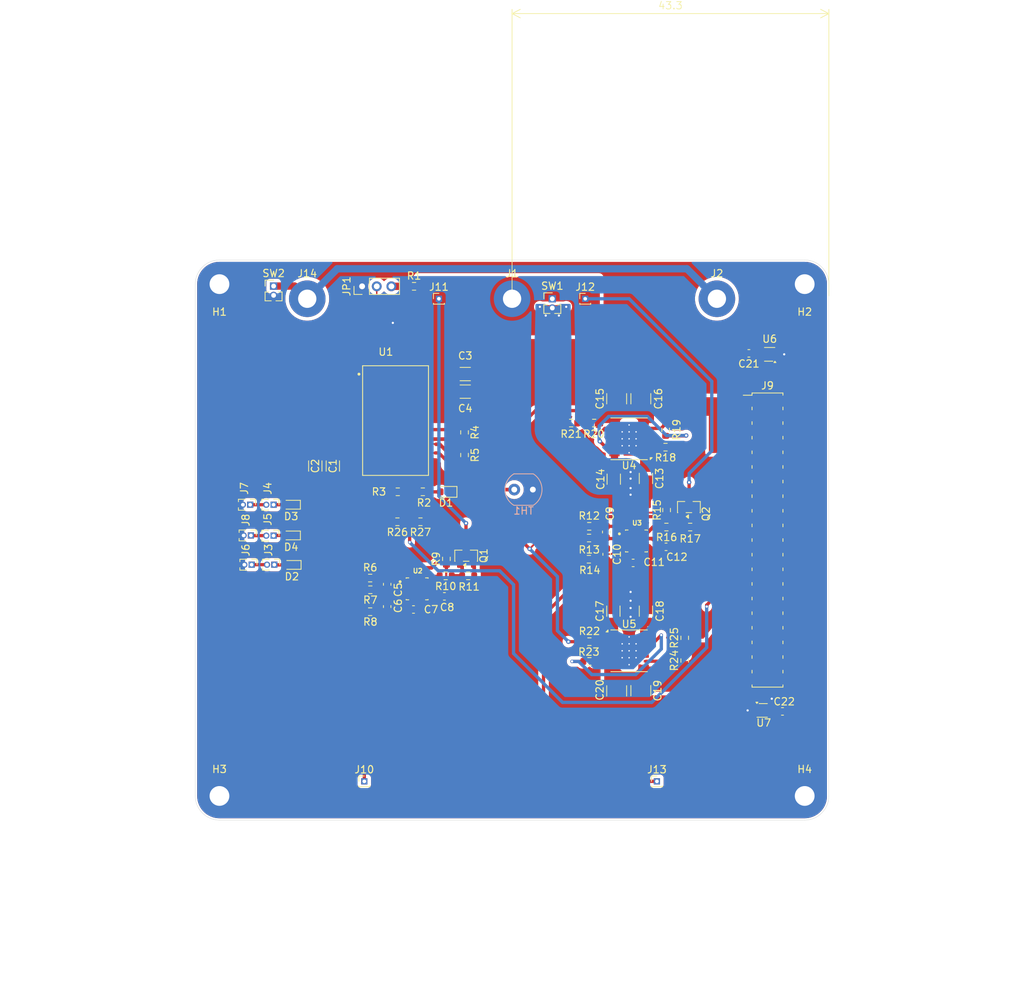
<source format=kicad_pcb>
(kicad_pcb (version 20241229) (generator "pcbnew") (generator_version "9.0")
  (layers (0 "F.Cu" signal) (2 "B.Cu" signal) (13 "F.Paste" user) (15 "B.Paste" user) (5 "F.SilkS" user "F.Silkscreen") (7 "B.SilkS" user "B.Silkscreen") (1 "F.Mask" user) (3 "B.Mask" user) (25 "Edge.Cuts" user))
  (net 0 "")
  (net 1 "/Battery Charger/VPV")
  (net 2 "GND")
  (net 3 "+BATT")
  (net 4 "Net-(U2-VC1)")
  (net 5 "Net-(U2-VC2)")
  (net 6 "Net-(U2-CD)")
  (net 7 "Net-(U2-VDD)")
  (net 8 "Net-(U3-VC2)")
  (net 9 "Net-(U3-VC1)")
  (net 10 "Net-(U3-CD)")
  (net 11 "Net-(U3-VDD)")
  (net 12 "/3.3V BUCK/VIN")
  (net 13 "+3.3V")
  (net 14 "+5V")
  (net 15 "Net-(D1-A)")
  (net 16 "Net-(D2-A)")
  (net 17 "Net-(D3-A)")
  (net 18 "Net-(D4-A)")
  (net 19 "Net-(J3-Pin_2)")
  (net 20 "Net-(J4-Pin_2)")
  (net 21 "Net-(J5-Pin_2)")
  (net 22 "Net-(JP1-B)")
  (net 23 "/RBF")
  (net 24 "Net-(Q1-G)")
  (net 25 "Net-(Q2-G)")
  (net 26 "/Battery Charger/~{CHRG}")
  (net 27 "Net-(U1A-ADJ)")
  (net 28 "/Protection/Cell1")
  (net 29 "Net-(U2-VC1_CB)")
  (net 30 "Net-(U2-OUT)")
  (net 31 "/Protection1/Cell1")
  (net 32 "Net-(U3-VC1_CB)")
  (net 33 "Net-(U3-OUT)")
  (net 34 "Net-(U4-EN)")
  (net 35 "Net-(U4-V5V)")
  (net 36 "Net-(U4-PGOOD)")
  (net 37 "Net-(U4-FB)")
  (net 38 "Net-(U5-EN)")
  (net 39 "Net-(U5-PGOOD)")
  (net 40 "Net-(U5-V5V)")
  (net 41 "Net-(U5-FB)")
  (net 42 "/NTC")
  (net 44 "/Battery Charger/~{FAULT}")
  (net 53 "/TMP_ADC1")
  (net 56 "/TMP_ADC2")
  (net 58 "/INTER CONNECTOR/Pin_13a")
  (net 59 "/INTER CONNECTOR/Pin_12a")
  (net 60 "/INTER CONNECTOR/Pin_6b")
  (net 61 "/INTER CONNECTOR/Pin_14b")
  (net 62 "/INTER CONNECTOR/Pin_8a")
  (net 63 "/INTER CONNECTOR/Pin_3b")
  (net 64 "/INTER CONNECTOR/Pin_13b")
  (net 65 "/INTER CONNECTOR/Pin_16b")
  (net 66 "/INTER CONNECTOR/Pin_11b")
  (net 67 "/INTER CONNECTOR/Pin_18b")
  (net 68 "/INTER CONNECTOR/Pin_17b")
  (net 69 "/INTER CONNECTOR/Pin_9b")
  (net 70 "/INTER CONNECTOR/Pin_9a")
  (net 71 "/INTER CONNECTOR/Pin_7b")
  (net 72 "/INTER CONNECTOR/Pin_2b")
  (net 73 "/INTER CONNECTOR/Pin_11a")
  (net 74 "/INTER CONNECTOR/Pin_4b")
  (net 75 "/INTER CONNECTOR/Pin_12b")
  (net 76 "/INTER CONNECTOR/Pin_8b")
  (net 77 "/INTER CONNECTOR/Pin_19b")
  (net 78 "-BATT")
  (net 79 "Net-(U1A-VINREG)")
  (net 80 "/ADC_SOLAR")
  (footprint "Connector_PinHeader_1.00mm:PinHeader_1x02_P1.00mm_Vertical" (layer "F.Cu") (at 124.400001 68.37 -90)
    (property "Reference" "J6")
    (property "Value" "PV")
  )
  (footprint "Capacitor_SMD:C_1206_3216Metric" (layer "F.Cu") (at 133.1 54.875001 90)
    (property "Reference" "C2")
    (property "Value" "22u")
  )
  (footprint "Capacitor_SMD:C_1206_3216Metric" (layer "F.Cu") (at 153.6 42.3)
    (property "Reference" "C3")
    (property "Value" "22u")
  )
  (footprint "Capacitor_SMD:C_1206_3216Metric" (layer "F.Cu") (at 135.5 54.875001 90)
    (property "Reference" "C1")
    (property "Value" "22u")
  )
  (footprint "CubeSatLib:Texas_B3QFN-14-1EP_5x5.5mm_P0.65mm_ThermalVia" (layer "F.Cu") (at 176 51.155001 180)
    (property "Reference" "U4")
    (property "Value" "TPSM53604RDA")
  )
  (footprint "LED_SMD:LED_0603_1608Metric" (layer "F.Cu") (at 150.975 58.41 180)
    (property "Reference" "D1")
    (property "Value" "LED_CH")
  )
  (footprint "Capacitor_SMD:C_1210_3225Metric" (layer "F.Cu") (at 174.3 45.675001 90)
    (property "Reference" "C15")
    (property "Value" "47u")
  )
  (footprint "Diode_SMD:D_SOD-523" (layer "F.Cu") (at 129.9 68.4 180)
    (property "Reference" "D2")
    (property "Value" "ESD5Zxx")
  )
  (footprint "MountingHole:MountingHole_2.7mm_M2.5_Pad" (layer "F.Cu") (at 200 100)
    (property "Reference" "H4")
    (property "Value" "MountingHole_Pad")
  )
  (footprint "Capacitor_SMD:C_0603_1608Metric" (layer "F.Cu") (at 196.964998 88.44)
    (property "Reference" "C22")
    (property "Value" "0.1u")
  )
  (footprint "Connector_PinHeader_1.00mm:PinHeader_1x01_P1.00mm_Vertical" (layer "F.Cu") (at 150 32)
    (property "Reference" "J11")
    (property "Value" "vc")
  )
  (footprint "MountingHole:MountingHole_2.7mm_M2.5_Pad" (layer "F.Cu") (at 120 30)
    (property "Reference" "H1")
    (property "Value" "MountingHole_Pad")
  )
  (footprint "CubeSatLib:IC_LTM8062IV_PBF" (layer "F.Cu") (at 144.07 48.66)
    (property "Reference" "U1")
    (property "Value" "LTM8062IV_PBF")
  )
  (footprint "Resistor_SMD:R_0603_1608Metric" (layer "F.Cu") (at 146.6 30.3)
    (property "Reference" "R1")
    (property "Value" "100k")
  )
  (footprint "Resistor_SMD:R_0603_1608Metric" (layer "F.Cu") (at 181 49.925 90)
    (property "Reference" "R19")
    (property "Value" "100k")
  )
  (footprint "Capacitor_SMD:C_0603_1608Metric" (layer "F.Cu") (at 142.925 74.1 -90)
    (property "Reference" "C6")
    (property "Value" "0.1u")
  )
  (footprint "Resistor_SMD:R_0603_1608Metric" (layer "F.Cu") (at 183.6 78.375 90)
    (property "Reference" "R25")
    (property "Value" "2.49k")
  )
  (footprint "Capacitor_SMD:C_0603_1608Metric" (layer "F.Cu") (at 172.9225 66.95 -90)
    (property "Reference" "C10")
    (property "Value" "0.1u")
  )
  (footprint "Connector_PinHeader_2.00mm:PinHeader_2x20_P2.00mm_Vertical_SMD" (layer "F.Cu") (at 194.915 65)
    (property "Reference" "J9")
    (property "Value" "Conn")
  )
  (footprint "Package_TO_SOT_SMD:SOT-563" (layer "F.Cu") (at 195.212501 39.6 180)
    (property "Reference" "U6")
    (property "Value" "TMP20AIDRL")
  )
  (footprint "Connector_PinHeader_1.00mm:PinHeader_1x02_P1.00mm_Vertical" (layer "F.Cu") (at 124.300001 64.370003 -90)
    (property "Reference" "J8")
    (property "Value" "PV")
  )
  (footprint "Resistor_SMD:R_0603_1608Metric" (layer "F.Cu") (at 170.5475 63.125)
    (property "Reference" "R12")
    (property "Value" "2.2k")
  )
  (footprint "Resistor_SMD:R_0603_1608Metric" (layer "F.Cu") (at 144.375 58.4)
    (property "Reference" "R3")
    (property "Value" "312k")
  )
  (footprint "Connector_PinHeader_2.00mm:PinHeader_1x03_P2.00mm_Vertical" (layer "F.Cu") (at 139.5 30.3 90)
    (property "Reference" "JP1")
    (property "Value" "RBF")
  )
  (footprint "Resistor_SMD:R_0603_1608Metric" (layer "F.Cu") (at 153.5 50.275 -90)
    (property "Reference" "R4")
    (property "Value" "549k")
  )
  (footprint "MountingHole:MountingHole_2.7mm_M2.5_Pad" (layer "F.Cu") (at 200 30)
    (property "Reference" "H2")
    (property "Value" "MountingHole_Pad")
  )
  (footprint "Resistor_SMD:R_0603_1608Metric" (layer "F.Cu") (at 144.325 62.5 180)
    (property "Reference" "R26")
    (property "Value" "1k")
  )
  (footprint "Resistor_SMD:R_0603_1608Metric" (layer "F.Cu") (at 170.5225 64.725)
    (property "Reference" "R13")
    (property "Value" "2.2k")
  )
  (footprint "Capacitor_SMD:C_1206_3216Metric" (layer "F.Cu") (at 173.9 56.675001 -90)
    (property "Reference" "C14")
    (property "Value" "10u")
  )
  (footprint "Capacitor_SMD:C_1210_3225Metric" (layer "F.Cu") (at 177.599999 85.600002 -90)
    (property "Reference" "C19")
    (property "Value" "47u")
  )
  (footprint "Connector_PinHeader_1.00mm:PinHeader_1x02_P1.00mm_Vertical" (layer "F.Cu") (at 127.500001 68.37 -90)
    (property "Reference" "J3")
    (property "Value" "PV")
  )
  (footprint "Package_TO_SOT_SMD:SOT-563" (layer "F.Cu") (at 194.187499 88.3)
    (property "Reference" "U7")
    (property "Value" "TMP20AIDRL")
  )
  (footprint "CubeSatLib:Texas_B3QFN-14-1EP_5x5.5mm_P0.65mm_ThermalVia" (layer "F.Cu") (at 176 80.145)
    (property "Reference" "U5")
    (property "Value" "TPSM53604RDA")
  )
  (footprint "Capacitor_SMD:C_0603_1608Metric" (layer "F.Cu") (at 150.75 72.7)
    (property "Reference" "C8")
    (property "Value" "0.33u")
  )
  (footprint "Capacitor_SMD:C_1206_3216Metric" (layer "F.Cu") (at 153.6 44.7)
    (property "Reference" "C4")
    (property "Value" "22u")
  )
  (footprint "Capacitor_SMD:C_0603_1608Metric" (layer "F.Cu") (at 192.372501 39.465 180)
    (property "Reference" "C21")
    (property "Value" "0.1u")
  )
  (footprint "Capacitor_SMD:C_1210_3225Metric" (layer "F.Cu") (at 174.299998 85.625 -90)
    (property "Reference" "C20")
    (property "Value" "47u")
  )
  (footprint "Resistor_SMD:R_0603_1608Metric" (layer "F.Cu") (at 140.6 74.8)
    (property "Reference" "R8")
    (property "Value" "2.2k")
  )
  (footprint "Capacitor_SMD:C_1206_3216Metric" (layer "F.Cu") (at 173.85 74.724998 90)
    (property "Reference" "C17")
    (property "Value" "10u")
  )
  (footprint "Capacitor_SMD:C_0603_1608Metric" (layer "F.Cu") (at 146.525 74.5)
    (property "Reference" "C7")
    (property "Value" "0.33u")
  )
  (footprint "Capacitor_SMD:C_0603_1608Metric" (layer "F.Cu") (at 172.8725 63.9 -90)
    (property "Reference" "C9")
    (property "Value" "0.1u")
  )
  (footprint "Resistor_SMD:R_0603_1608Metric" (layer "F.Cu") (at 140.625 71.8)
    (property "Reference" "R7")
    (property "Value" "2.2k")
  )
  (footprint "Resistor_SMD:R_0603_1608Metric" (layer "F.Cu") (at 170.4975 67.625)
    (property "Reference" "R14")
    (property "Value" "2.2k")
  )
  (footprint "Resistor_SMD:R_0603_1608Metric" (layer "F.Cu") (at 140.6 70.2)
    (property "Reference" "R6")
    (property "Value" "2.2k")
  )
  (footprint "Connector_PinHeader_1.00mm:PinHeader_1x02_P1.00mm_Vertical" (layer "F.Cu") (at 127.4 60.170001 -90)
    (property "Reference" "J4")
    (property "Value" "PV")
  )
  (footprint "Resistor_SMD:R_0603_1608Metric" (layer "F.Cu") (at 153.5 53.375 -90)
    (property "Reference" "R5")
    (property "Value" "459k")
  )
  (footprint "Capacitor_SMD:C_1206_3216Metric" (layer "F.Cu") (at 178.3 56.575001 -90)
    (property "Reference" "C13")
    (property "Value" "10u")
  )
  (footprint "MountingHole:MountingHole_2.5mm_Pad" (layer "F.Cu") (at 132 32)
    (property "Reference" "J14")
    (property "Value" "Conn")
  )
  (footprint "Package_TO_SOT_SMD:SOT-23" (layer "F.Cu") (at 153.725 67.137501 90)
    (property "Reference" "Q1")
    (property "Value" "DMP3099L")
  )
  (footprint "Connector_PinHeader_1.00mm:PinHeader_1x01_P1.00mm_Vertical" (layer "F.Cu") (at 170 32)
    (property "Reference" "J12")
    (property "Value" "vc")
  )
  (footprint "Resistor_SMD:R_0603_1608Metric" (layer "F.Cu") (at 147.475 62.5 180)
    (property "Reference" "R27")
    (property "Value" "1k")
  )
  (footprint "Resistor_SMD:R_0603_1608Metric" (layer "F.Cu") (at 184.3475 63.225)
    (property "Reference" "R17")
    (property "Value" "1K")
  )
  (footprint "Resistor_SMD:R_0603_1608Metric" (layer "F.Cu") (at 170.575 81.6)
    (property "Reference" "R23")
    (property "Value" "100k")
  )
  (footprint "Diode_SMD:D_SOD-523" (layer "F.Cu") (at 129.799999 64.370001 180)
    (property "Reference" "D4")
    (property "Value" "ESD5Zxx")
  )
  (footprint "Resistor_SMD:R_0603_1608Metric" (layer "F.Cu") (at 181.1225 60.9 90)
    (property "Reference" "R15")
    (property "Value" "1K")
  )
  (footprint "Resistor_SMD:R_0603_1608Metric" (layer "F.Cu") (at 180.975 52.3 180)
    (property "Reference" "R18")
    (property "Value" "100k")
  )
  (footprint "MountingHole:MountingHole_2.5mm_Pad" (layer "F.Cu") (at 160 32)
    (property "Reference" "J1")
    (property "Value" "Conn")
  )
  (footprint "MountingHole:MountingHole_2.7mm_M2.5_Pad" (layer "F.Cu") (at 120 100)
    (property "Reference" "H3")
    (property "Value" "MountingHole_Pad")
  )
  (footprint "Connector_PinHeader_1.00mm:PinHeader_1x02_P1.00mm_Vertical" (layer "F.Cu") (at 127.4 64.4 -90)
    (property "Reference" "J5")
    (property "Value" "PV")
  )
  (footprint "Capacitor_SMD:C_0603_1608Metric" (layer "F.Cu") (at 181.0475 65.925)
    (property "Reference" "C12")
    (property "Value" "0.33u")
  )
  (footprint "Diode_SMD:D_SOD-523" (layer "F.Cu") (at 129.8 60.170003 180)
    (property "Reference" "D3")
    (property "Value" "ESD5Zxx")
  )
  (footprint "Connector_PinHeader_1.00mm:PinHeader_1x02_P1.00mm_Vertical" (layer "F.Cu") (at 124.2 60.170003 -90)
    (property "Reference" "J7")
    (property "Value" "PV")
  )
  (footprint "Resistor_SMD:R_0603_1608Metric" (layer "F.Cu") (at 150.925 69.9 180)
    (property "Reference" "R10")
    (property "Value" "1K")
  )
  (footprint "Capacitor_SMD:C_1206_3216Metric" (layer "F.Cu") (at 178.3 74.724999 90)
    (property "Reference" "C18")
    (property "Value" "10u")
  )
  (footprint "Connector_PinHeader_1.27mm:PinHeader_1x02_P1.27mm_Vertical" (layer "F.Cu") (at 165.5 32)
    (property "Reference" "SW1")
    (property "Value" "SW_DEPLOY")
  )
  (footprint "CubeSatLib:IC_BQ29209DRBT" (layer "F.Cu") (at 147.025 71.675)
    (property "Reference" "U2")
    (property "Value" "BQ29209DRBT")
  )
  (footprint "Resistor_SMD:R_0603_1608Metric" (layer "F.Cu") (at 183.6 81.475 90)
    (property "Reference" "R24")
    (property "Value" "10k")
  )
  (footprint "Resistor_SMD:R_0603_1608Metric" (layer "F.Cu") (at 154 69.9)
    (property "Reference" "R11")
    (property "Value" "1K")
  )
  (footprint "CubeSatLib:IC_BQ29209DRBT" (layer "F.Cu") (at 177 65.125)
    (property "Reference" "U3")
    (property "Value" "BQ29209DRBT")
  )
  (footprint "Connector_PinHeader_1.27mm:PinHeader_1x02_P1.27mm_Vertical" (layer "F.Cu") (at 127.4 30.265)
    (property "Reference" "SW2")
    (property "Value" "SW_DEPLOY")
  )
  (footprint "Resistor_SMD:R_0603_1608Metric" (layer "F.Cu") (at 168.075 49 180)
    (property "Reference" "R21")
    (property "Value" "4.32k")
  )
  (footprint "Package_TO_SOT_SMD:SOT-23" (layer "F.Cu") (at 184.1725 60.4875 90)
    (property "Reference" "Q2")
    (property "Value" "DMP3099L")
  )
  (footprint "Capacitor_SMD:C_0603_1608Metric" (layer "F.Cu") (at 142.925 71.05 -90)
    (property "Reference" "C5")
    (property "Value" "0.1u")
  )
  (footprint "Resistor_SMD:R_0603_1608Metric" (layer "F.Cu") (at 181.0975 63.225 180)
    (property "Reference" "R16")
    (property "Value" "1K")
  )
  (footprint "Resistor_SMD:R_0603_1608Metric" (layer "F.Cu") (at 147.8 58.4)
    (property "Reference" "R2")
    (property "Value" "1k")
  )
  (footprint "Connector_PinHeader_1.00mm:PinHeader_1x01_P1.00mm_Vertical" (layer "F.Cu") (at 139.8 98)
    (property "Reference" "J10")
    (property "Value" "vc")
  )
  (footprint "Connector_PinHeader_1.00mm:PinHeader_1x01_P1.00mm_Vertical" (layer "F.Cu") (at 179.8 98)
    (property "Reference" "J13")
    (property "Value" "vc")
  )
  (footprint "Capacitor_SMD:C_0603_1608Metric" (layer "F.Cu") (at 176.5475 68.125)
    (property "Reference" "C11")
    (property "Value" "0.33u")
  )
  (footprint "MountingHole:MountingHole_2.5mm_Pad" (layer "F.Cu") (at 188 32)
    (property "Reference" "J2")
    (property "Value" "Conn")
  )
  (footprint "Resistor_SMD:R_0603_1608Metric" (layer "F.Cu") (at 171.225 49 180)
    (property "Reference" "R20")
    (property "Value" "10k")
  )
  (footprint "Resistor_SMD:R_0603_1608Metric" (layer "F.Cu") (at 170.575 78.9)
    (property "Reference" "R22")
    (property "Value" "100k")
  )
  (footprint "Capacitor_SMD:C_1210_3225Metric" (layer "F.Cu") (at 177.6 45.675001 90)
    (property "Reference" "C16")
    (property "Value" "47u")
  )
  (footprint "Resistor_SMD:R_0603_1608Metric" (layer "F.Cu") (at 151.025 67.575 90)
    (property "Reference" "R9")
    (property "Value" "1K")
  )
  (footprint "OptoDevice:R_LDR_4.9x4.2mm_P2.54mm_Vertical" (layer "B.Cu") (at 160.3 58.1)
    (property "Reference" "TH1")
    (property "Value" "NTC 10k")
  )
  (gr_arc (start 200 26.7) (mid 202.333452 27.666548) (end 203.3 30) (stroke (width 0.05)) (layer "Edge.Cuts"))
  (gr_line (start 116.7 100) (end 116.7 30) (stroke (width 0.05)) (layer "Edge.Cuts"))
  (gr_line (start 120 26.7) (end 200 26.7) (stroke (width 0.05)) (layer "Edge.Cuts"))
  (gr_arc (start 203.3 100) (mid 202.333452 102.333452) (end 200 103.3) (stroke (width 0.05)) (layer "Edge.Cuts"))
  (gr_line (start 200 103.3) (end 120 103.3) (stroke (width 0.05)) (layer "Edge.Cuts"))
  (gr_arc (start 116.7 30) (mid 117.666548 27.666548) (end 120 26.7) (stroke (width 0.05)) (layer "Edge.Cuts"))
  (gr_line (start 203.3 30) (end 203.3 100) (stroke (width 0.05)) (layer "Edge.Cuts"))
  (gr_arc (start 120 103.3) (mid 117.666548 102.333452) (end 116.7 100) (stroke (width 0.05)) (layer "Edge.Cuts"))
  (dimension (type orthogonal) (layer "F.SilkS") (pts (xy 160 32) (xy 203.3 32.1)) (height -39) (orientation 0) (format (prefix "") (suffix "") (units 3) (units_format 0) (precision 4) (suppress_zeroes yes)) (style (thickness 0.1) (arrow_length 1.27) (text_position_mode 0) (arrow_direction outward) (extension_height 0.58642) (extension_offset 0.5) (keep_text_aligned yes)) (gr_text "43,3" (at 181.65 -8.1 0) (layer "F.SilkS") (effects (font (size 1 1) (thickness 0.1)))))
  (segment (start 143.55 62.45) (end 143.5 62.5) (width 0.45) (layer "F.Cu") (net 1))
  (segment (start 143.55 58.4) (end 143.55 62.45) (width 0.45) (layer "F.Cu") (net 1))
  (segment (start 173.65 79.625) (end 175.48 79.625) (width 0.3) (layer "F.Cu") (net 2))
  (segment (start 195.535653 39.6) (end 195.925002 39.6) (width 0.2) (layer "F.Cu") (net 2))
  (segment (start 176.13 80.275) (end 176 80.145) (width 0.3) (layer "F.Cu") (net 2))
  (segment (start 175.050001 51.155001) (end 174.920001 51.025001) (width 0.25) (layer "F.Cu") (net 2))
  (segment (start 174.920001 51.025001) (end 173.65 51.025001) (width 0.25) (layer "F.Cu") (net 2))
  (segment (start 195.925002 39.6) (end 197.2 39.6) (width 0.2) (layer "F.Cu") (net 2))
  (segment (start 176.52 51.675001) (end 176 51.155001) (width 0.3) (layer "F.Cu") (net 2))
  (segment (start 194.899999 87.300001) (end 195.5 86.7) (width 0.25) (layer "F.Cu") (net 2))
  (segment (start 194.500001 40.1) (end 195.035653 40.1) (width 0.2) (layer "F.Cu") (net 2))
  (segment (start 193.474998 88.3) (end 192.2 88.3) (width 0.25) (layer "F.Cu") (net 2))
  (segment (start 175.48 79.625) (end 176 80.145) (width 0.3) (layer "F.Cu") (net 2))
  (segment (start 178.349999 51.675001) (end 176.52 51.675001) (width 0.3) (layer "F.Cu") (net 2))
  (segment (start 195.035653 40.1) (end 195.535653 39.6) (width 0.2) (layer "F.Cu") (net 2))
  (segment (start 194.899999 87.8) (end 194.899999 87.300001) (width 0.25) (layer "F.Cu") (net 2))
  (segment (start 145.34 49.93) (end 146.61 49.93) (width 0.5) (layer "F.Cu") (net 2))
  (via (at 197.2 39.6) (size 0.45) (drill 0.3) (layers "F.Cu" "B.Cu") (net 2))
  (via (at 143.7 35.3) (size 0.6) (drill 0.3) (layers "F.Cu" "B.Cu") (net 2))
  (via (at 195.5 86.7) (size 0.6) (drill 0.3) (layers "F.Cu" "B.Cu") (net 2))
  (via (at 192.2 88.3) (size 0.45) (drill 0.3) (layers "F.Cu" "B.Cu") (net 2))
  (segment (start 185.1725 63.225) (end 185.1725 61.475) (width 0.5) (layer "F.Cu") (net 3))
  (segment (start 179.3975 61.8) (end 181.1225 60.075) (width 0.45) (layer "F.Cu") (net 3))
  (segment (start 140.3 68.8) (end 139.775 69.325) (width 0.5) (layer "F.Cu") (net 3))
  (segment (start 183.647499 60.075) (end 184.1725 59.549999) (width 0.45) (layer "F.Cu") (net 3))
  (segment (start 171.0475 61.8) (end 179.3975 61.8) (width 0.45) (layer "F.Cu") (net 3))
  (segment (start 153.725 66.2) (end 153.175 66.75) (width 0.5) (layer "F.Cu") (net 3))
  (segment (start 185.1225 60.499999) (end 184.1725 59.549999) (width 0.5) (layer "F.Cu") (net 3))
  (segment (start 154.825 69.9) (end 154.825 68.225001) (width 0.5) (layer "F.Cu") (net 3))
  (segment (start 151.025 66.75) (end 148.975 68.8) (width 0.5) (layer "F.Cu") (net 3))
  (segment (start 185.1225 61.425) (end 185.1225 60.499999) (width 0.5) (layer "F.Cu") (net 3))
  (segment (start 153.7 66.175) (end 153.725 66.2) (width 0.45) (layer "F.Cu") (net 3))
  (segment (start 169.7225 63.125) (end 171.0475 61.8) (width 0.45) (layer "F.Cu") (net 3))
  (segment (start 154.825 68.225001) (end 154.675 68.075001) (width 0.5) (layer "F.Cu") (net 3))
  (segment (start 153.725 67.125) (end 153.725 66.2) (width 0.5) (layer "F.Cu") (net 3))
  (segment (start 148.975 68.8) (end 140.3 68.8) (width 0.5) (layer "F.Cu") (net 3))
  (segment (start 153.175 66.75) (end 151.025 66.75) (width 0.5) (layer "F.Cu") (net 3))
  (segment (start 139.775 69.325) (end 139.775 70.2) (width 0.5) (layer "F.Cu") (net 3))
  (segment (start 185.1725 61.475) (end 185.1225 61.425) (width 0.5) (layer "F.Cu") (net 3))
  (segment (start 184.2 57.1) (end 184.2 59.522499) (width 0.45) (layer "F.Cu") (net 3))
  (segment (start 184.2 59.522499) (end 184.1725 59.549999) (width 0.45) (layer "F.Cu") (net 3))
  (segment (start 154.675 68.075001) (end 153.725 67.125) (width 0.5) (layer "F.Cu") (net 3))
  (segment (start 153.7 62.7) (end 153.7 66.175) (width 0.45) (layer "F.Cu") (net 3))
  (segment (start 181.1225 60.075) (end 183.647499 60.075) (width 0.45) (layer "F.Cu") (net 3))
  (via (at 153.7 62.7) (size 0.6) (drill 0.3) (layers "F.Cu" "B.Cu") (net 3))
  (via (at 184.2 57.1) (size 0.6) (drill 0.3) (layers "F.Cu" "B.Cu") (net 3))
  (segment (start 150 59) (end 153.7 62.7) (width 0.45) (layer "B.Cu") (net 3))
  (segment (start 150 32) (end 150 59) (width 0.45) (layer "B.Cu") (net 3))
  (segment (start 184.2 55.9) (end 184.2 57.1) (width 0.45) (layer "B.Cu") (net 3))
  (segment (start 176 32) (end 187.3 43.3) (width 0.45) (layer "B.Cu") (net 3))
  (segment (start 170 32) (end 176 32) (width 0.45) (layer "B.Cu") (net 3))
  (segment (start 187.3 43.3) (end 187.3 52.8) (width 0.45) (layer "B.Cu") (net 3))
  (segment (start 187.3 52.8) (end 184.2 55.9) (width 0.45) (layer "B.Cu") (net 3))
  (segment (start 145.625 71.35) (end 143.4 71.35) (width 0.5) (layer "F.Cu") (net 4))
  (segment (start 143.4 71.35) (end 142.925 71.825) (width 0.5) (layer "F.Cu") (net 4))
  (segment (start 141.45 71.8) (end 142.9 71.8) (width 0.45) (layer "F.Cu") (net 4))
  (segment (start 142.925 73.325) (end 142.925 71.825) (width 0.45) (layer "F.Cu") (net 4))
  (segment (start 142.9 71.8) (end 142.925 71.825) (width 0.45) (layer "F.Cu") (net 4))
  (segment (start 141.425 70.2) (end 142.85 70.2) (width 0.45) (layer "F.Cu") (net 5))
  (segment (start 142.85 70.2) (end 142.925 70.275) (width 0.45) (layer "F.Cu") (net 5))
  (segment (start 142.925 70.275) (end 145.226 70.275) (width 0.45) (layer "F.Cu") (net 5))
  (segment (start 145.226 70.275) (end 145.625 70.674) (width 0.45) (layer "F.Cu") (net 5))
  (segment (start 145.625 74.375) (end 145.75 74.5) (width 0.45) (layer "F.Cu") (net 6))
  (segment (start 145.625 72.65) (end 145.625 74.375) (width 0.45) (layer "F.Cu") (net 6))
  (segment (start 150.999 70.5) (end 150.999 69.201) (width 0.3) (layer "F.Cu") (net 7))
  (segment (start 149.975 72.225) (end 149.126 71.376) (width 0.5) (layer "F.Cu") (net 7))
  (segment (start 150.999 69.201) (end 151.025 69.175) (width 0.3) (layer "F.Cu") (net 7))
  (segment (start 150.424 71.376) (end 149.126 71.376) (width 0.45) (layer "F.Cu") (net 7))
  (segment (start 150.999 70.801) (end 150.424 71.376) (width 0.45) (layer "F.Cu") (net 7))
  (segment (start 150.999 70.5) (end 150.999 70.801) (width 0.45) (layer "F.Cu") (net 7))
  (segment (start 151.025 68.4) (end 151.025 69.175) (width 0.45) (layer "F.Cu") (net 7))
  (segment (start 149.975 72.7) (end 149.975 72.225) (width 0.5) (layer "F.Cu") (net 7))
  (segment (start 149.126 71.376) (end 148.425 71.376) (width 0.5) (layer "F.Cu") (net 7))
  (segment (start 151.025 68.4) (end 150.999 68.426) (width 0.3) (layer "F.Cu") (net 7))
  (segment (start 171.3725 63.125) (end 172.8725 63.125) (width 0.45) (layer "F.Cu") (net 8))
  (segment (start 174.575 63.125) (end 175.6 64.15) (width 0.45) (layer "F.Cu") (net 8))
  (segment (start 172.8725 63.125) (end 174.575 63.125) (width 0.45) (layer "F.Cu") (net 8))
  (segment (start 172.9975 64.8) (end 172.8725 64.675) (width 0.45) (layer "F.Cu") (net 9))
  (segment (start 172.8225 64.725) (end 172.8725 64.675) (width 0.45) (layer "F.Cu") (net 9))
  (segment (start 172.9225 64.725) (end 172.8725 64.675) (width 0.5) (layer "F.Cu") (net 9))
  (segment (start 175.6 64.8) (end 172.9975 64.8) (width 0.45) (layer "F.Cu") (net 9))
  (segment (start 171.3475 64.725) (end 172.8225 64.725) (width 0.45) (layer "F.Cu") (net 9))
  (segment (start 172.9225 66.175) (end 172.9225 64.725) (width 0.5) (layer "F.Cu") (net 9))
  (segment (start 175.6 66.1) (end 175.6 67.9525) (width 0.45) (layer "F.Cu") (net 10))
  (segment (start 175.6 67.9525) (end 175.7725 68.125) (width 0.45) (layer "F.Cu") (net 10))
  (segment (start 181.1 64.3) (end 180.6 64.8) (width 0.5) (layer "F.Cu") (net 11))
  (segment (start 181.1 64.1) (end 181.1 62.6) (width 0.3) (layer "F.Cu") (net 11))
  (segment (start 179.1475 64.8) (end 178.4 64.8) (width 0.5) (layer "F.Cu") (net 11))
  (segment (start 180.6 64.8) (end 179.1475 64.8) (width 0.5) (layer "F.Cu") (net 11))
  (segment (start 180.2725 65.925) (end 179.1475 64.8) (width 0.5) (layer "F.Cu") (net 11))
  (segment (start 181.1225 61.725) (end 181.1225 62.5775) (width 0.5) (layer "F.Cu") (net 11))
  (segment (start 181.1 64.1) (end 181.1 64.3) (width 0.5) (layer "F.Cu") (net 11))
  (segment (start 181.1 62.6) (end 181.1225 62.5775) (width 0.3) (layer "F.Cu") (net 11))
  (segment (start 178.000001 54.800001) (end 178.3 55.1) (width 1) (layer "F.Cu") (net 12))
  (segment (start 176.2 56.6) (end 176.2 55.7) (width 1) (layer "F.Cu") (net 12))
  (segment (start 176.2 55.1) (end 174 55.1) (width 1) (layer "F.Cu") (net 12))
  (segment (start 164.6 34.3) (end 164.6 34.17) (width 0.45) (layer "F.Cu") (net 12))
  (segment (start 178.000001 53.300001) (end 178.000001 54.800001) (width 1) (layer "F.Cu") (net 12))
  (segment (start 174 78) (end 174 76.349999) (width 1) (layer "F.Cu") (net 12))
  (segment (start 176.2 55.7) (end 176.2 55.1) (width 1) (layer "F.Cu") (net 12))
  (segment (start 178.3 55.1) (end 176.2 55.1) (width 1) (layer "F.Cu") (net 12))
  (segment (start 163.8 33.1) (end 167.4 33.1) (width 0.45) (layer "F.Cu") (net 12))
  (segment (start 176.2 74.299997) (end 176.2 75) (width 1) (layer "F.Cu") (net 12))
  (segment (start 176.2 57.9) (end 176.2 58.8) (width 1) (layer "F.Cu") (net 12))
  (segment (start 174 55.1) (end 173.9 55.2) (width 1) (layer "F.Cu") (net 12))
  (segment (start 176.2 76.2) (end 173.85 76.199999) (width 1) (layer "F.Cu") (net 12))
  (segment (start 178 78) (end 178 76.5) (width 1) (layer "F.Cu") (net 12))
  (segment (start 166.4 34.17) (end 165.5 33.27) (width 0.45) (layer "F.Cu") (net 12))
  (segment (start 178.3 76.2) (end 176.2 76.2) (width 1) (layer "F.Cu") (net 12))
  (segment (start 166.4 34.3) (end 166.4 34.17) (width 0.45) (layer "F.Cu") (net 12))
  (segment (start 176.2 73.3) (end 176.2 72.1) (width 1) (layer "F.Cu") (net 12))
  (segment (start 176.2 74.299997) (end 176.2 73.3) (width 1) (layer "F.Cu") (net 12))
  (segment (start 173.999999 53.300001) (end 173.999999 55.100001) (width 1) (layer "F.Cu") (net 12))
  (segment (start 176.2 56.6) (end 176.2 57.9) (width 1) (layer "F.Cu") (net 12))
  (segment (start 176.2 75.5) (end 176.2 75) (width 1) (layer "F.Cu") (net 12))
  (segment (start 176.2 76.2) (end 176.2 75.5) (width 1) (layer "F.Cu") (net 12))
  (segment (start 178 76.5) (end 178.3 76.2) (width 1) (layer "F.Cu") (net 12))
  (segment (start 173.999999 55.100001) (end 173.9 55.2) (width 1) (layer "F.Cu") (net 12))
  (segment (start 164.6 34.17) (end 165.5 33.27) (width 0.45) (layer "F.Cu") (net 12))
  (segment (start 174 76.349999) (end 173.85 76.199999) (width 1) (layer "F.Cu") (net 12))
  (via (at 176.2 57.9) (size 0.6) (drill 0.3) (layers "F.Cu" "B.Cu") (net 12))
  (via (at 176.2 55.7) (size 0.45) (drill 0.3) (layers "F.Cu" "B.Cu") (net 12))
  (via (at 166.4 34.3) (size 0.6) (drill 0.3) (layers "F.Cu" "B.Cu") (net 12))
  (via (at 176.2 56.6) (size 0.6) (drill 0.3) (layers "F.Cu" "B.Cu") (net 12))
  (via (at 163.8 33.1) (size 0.6) (drill 0.3) (layers "F.Cu" "B.Cu") (net 12))
  (via (at 176.2 72.1) (size 0.6) (drill 0.3) (layers "F.Cu" "B.Cu") (net 12))
  (via (at 176.2 75.5) (size 0.45) (drill 0.3) (layers "F.Cu" "B.Cu") (net 12))
  (via (at 176.2 73.3) (size 0.6) (drill 0.3) (layers "F.Cu" "B.Cu") (net 12))
  (via (at 167.4 33.1) (size 0.6) (drill 0.3) (layers "F.Cu" "B.Cu") (net 12))
  (via (at 164.6 34.3) (size 0.6) (drill 0.3) (layers "F.Cu" "B.Cu") (net 12))
  (via (at 176.2 74.299997) (size 0.6) (drill 0.3) (layers "F.Cu" "B.Cu") (net 12))
  (via (at 176.2 58.8) (size 0.6) (drill 0.3) (layers "F.Cu" "B.Cu") (net 12))
  (segment (start 175.6 56.3) (end 172 56.3) (width 5) (layer "B.Cu") (net 12))
  (segment (start 176.2 75) (end 176.2 56.9) (width 5) (layer "B.Cu") (net 12))
  (segment (start 172 56.3) (end 165.6 49.9) (width 5) (layer "B.Cu") (net 12))
  (segment (start 165.6 49.9) (end 165.6 37.3) (width 5) (layer "B.Cu") (net 12))
  (segment (start 165.5 37.2) (end 165.6 37.3) (width 0.45) (layer "B.Cu") (net 12))
  (segment (start 176.2 56.9) (end 175.6 56.3) (width 5) (layer "B.Cu") (net 12))
  (segment (start 195.126 57.526) (end 195.3 57.7) (width 0.3) (layer "F.Cu") (net 13))
  (segment (start 194.421 41.213499) (end 193.147501 39.94) (width 0.2) (layer "F.Cu") (net 13))
  (segment (start 192.83 52) (end 194.421 50.409) (width 0.2) (layer "F.Cu") (net 13))
  (segment (start 196.189998 88.44) (end 196.3 88.329998) (width 0.45) (layer "F.Cu") (net 13))
  (segment (start 147.91 49.9) (end 147.88 49.93) (width 0.45) (layer "F.Cu") (net 13))
  (segment (start 196.3 88.329998) (end 196.3 85.8) (width 0.3) (layer "F.Cu") (net 13))
  (segment (start 193.147501 39.94) (end 193.147501 39.465) (width 0.2) (layer "F.Cu") (net 13))
  (segment (start 195.3 84.8) (end 196.3 85.8) (width 0.3) (layer "F.Cu") (net 13))
  (segment (start 191.239 55.199) (end 190.8 55.638) (width 0.2) (layer "F.Cu") (net 13))
  (segment (start 194.799 54.2539) (end 194.42645 54.62645) (width 0.2) (layer "F.Cu") (net 13))
  (segment (start 195.1 57.5) (end 195.126 57.526) (width 0.2) (layer "F.Cu") (net 13))
  (segment (start 163.2 47.3) (end 160.225 50.275) (width 0.45) (layer "F.Cu") (net 13))
  (segment (start 190.8 55.638) (end 190.8 56.5) (width 0.2) (layer "F.Cu") (net 13))
  (segment (start 193.8539 55.199) (end 191.5 55.199) (width 0.2) (layer "F.Cu") (net 13))
  (segment (start 194.32 52) (end 194.799 52.479) (width 0.2) (layer "F.Cu") (net 13))
  (segment (start 170.675 47.625) (end 172.05 49) (width 0.45) (layer "F.Cu") (net 13))
  (segment (start 170.55 47.5) (end 170.675 47.625) (width 0.45) (layer "F.Cu") (net 13))
  (segment (start 170.675 47.625) (end 170.35 47.3) (width 0.45) (layer "F.Cu") (net 13))
  (segment (start 194.42645 54.62645) (end 193.8539 55.199) (width 0.2) (layer "F.Cu") (net 13))
  (segment (start 170.35 47.3) (end 163.2 47.3) (width 0.45) (layer "F.Cu") (net 13))
  (segment (start 160.225 50.275) (end 152.075 50.275) (width 0.45) (layer "F.Cu") (net 13))
  (segment (start 196.189998 88.44) (end 195.728998 88.901) (width 0.45) (layer "F.Cu") (net 13))
  (segment (start 191.2 56.9) (end 194.5 56.9) (width 0.2) (layer "F.Cu") (net 13))
  (segment (start 192.83 48) (end 193.522 48) (width 0.5) (layer "F.Cu") (net 13))
  (segment (start 190.8 56.5) (end 191.2 56.9) (width 0.2) (layer "F.Cu") (net 13))
  (segment (start 193.147501 39.464999) (end 193.538501 39.073999) (width 0.3) (layer "F.Cu") (net 13))
  (segment (start 194.421 50.409) (end 194.421 41.213499) (width 0.2) (layer "F.Cu") (net 13))
  (segment (start 193.538501 39.073999) (end 194.500003 39.074) (width 0.3) (layer "F.Cu") (net 13))
  (segment (start 194.799 52.479) (end 194.799 52.7) (width 0.2) (layer "F.Cu") (net 13))
  (segment (start 191.5 55.199) (end 191.239 55.199) (width 0.2) (layer "F.Cu") (net 13))
  (segment (start 192.83 52) (end 194.32 52) (width 0.2) (layer "F.Cu") (net 13))
  (segment (start 151.7 49.9) (end 147.91 49.9) (width 0.45) (layer "F.Cu") (net 13))
  (segment (start 195.3 57.7) (end 195.3 84.8) (width 0.3) (layer "F.Cu") (net 13))
  (segment (start 194.799 52.7) (end 194.799 54.2539) (width 0.2) (layer "F.Cu") (net 13))
  (segment (start 152.075 50.275) (end 151.7 49.9) (width 0.45) (layer "F.Cu") (net 13))
  (segment (start 195.728998 88.901) (end 194.899999 88.901) (width 0.45) (layer "F.Cu") (net 13))
  (segment (start 194.5 56.9) (end 195.1 57.5) (width 0.2) (layer "F.Cu") (net 13))
  (segment (start 150.187499 58.41) (end 148.635 58.41) (width 0.45) (layer "F.Cu") (net 15))
  (segment (start 148.635 58.41) (end 148.625 58.4) (width 0.45) (layer "F.Cu") (net 15))
  (segment (start 129.2 68.4) (end 127.656001 68.4) (width 0.45) (layer "F.Cu") (net 16))
  (segment (start 129.100001 68.37) (end 129.2 68.270001) (width 0.45) (layer "F.Cu") (net 16))
  (segment (start 129.099998 60.170001) (end 129.1 60.170003) (width 0.45) (layer "F.Cu") (net 17))
  (segment (start 127.400002 60.170003) (end 127.4 60.170001) (width 0.45) (layer "F.Cu") (net 17))
  (segment (start 129.1 60.170003) (end 127.400002 60.170003) (width 0.45) (layer "F.Cu") (net 17))
  (segment (start 127.429999 64.370001) (end 127.4 64.4) (width 0.45) (layer "F.Cu") (net 18))
  (segment (start 129.099999 64.370001) (end 127.429999 64.370001) (width 0.45) (layer "F.Cu") (net 18))
  (segment (start 129.07 64.4) (end 129.099999 64.370001) (width 0.45) (layer "F.Cu") (net 18))
  (segment (start 124.400001 68.37) (end 126.500001 68.37) (width 0.45) (layer "F.Cu") (net 19))
  (segment (start 124.200002 60.170001) (end 124.2 60.170003) (width 0.45) (layer "F.Cu") (net 20))
  (segment (start 126.399998 60.170003) (end 126.4 60.170001) (width 0.45) (layer "F.Cu") (net 20))
  (segment (start 126.4 60.170001) (end 124.200002 60.170001) (width 0.45) (layer "F.Cu") (net 20))
  (segment (start 124.329998 64.4) (end 124.300001 64.370003) (width 0.45) (layer "F.Cu") (net 21))
  (segment (start 126.370003 64.370003) (end 126.4 64.4) (width 0.45) (layer "F.Cu") (net 21))
  (segment (start 126.4 64.4) (end 124.329998 64.4) (width 0.45) (layer "F.Cu") (net 21))
  (segment (start 143.5 30.3) (end 145.775 30.3) (width 1) (layer "F.Cu") (net 22))
  (segment (start 146.61 53.74) (end 145.97 53.1) (width 0.2) (layer "F.Cu") (net 23))
  (segment (start 179.6 59.8) (end 182.8 56.6) (width 0.25) (layer "F.Cu") (net 23))
  (segment (start 182.8 53.3) (end 181.8 52.3) (width 0.25) (layer "F.Cu") (net 23))
  (segment (start 151 54.1) (end 149.9885 53.0885) (width 0.45) (layer "F.Cu") (net 23))
  (segment (start 162.4 66.2) (end 167.351 61.249) (width 0.25) (layer "F.Cu") (net 23))
  (segment (start 167.351 61.249) (end 179.169268 61.249) (width 0.25) (layer "F.Cu") (net 23))
  (segment (start 146.61 53.74) (end 147.2615 53.0885) (width 0.2) (layer "F.Cu") (net 23))
  (segment (start 169.75 78.9) (end 167.7 78.9) (width 0.45) (layer "F.Cu") (net 23))
  (segment (start 143.6 53.1) (end 143.4185 52.9185) (width 0.2) (layer "F.Cu") (net 23))
  (segment (start 143.4185 38.6185) (end 141.500001 36.700001) (width 0.2) (layer "F.Cu") (net 23))
  (segment (start 162.4 66.2) (end 151 54.8) (width 0.45) (layer "F.Cu") (net 23))
  (segment (start 145.97 53.1) (end 143.6 53.1) (width 0.2) (layer "F.Cu") (net 23))
  (segment (start 149.9885 53.0885) (end 149.4885 53.0885) (width 0.45) (layer "F.Cu") (net 23))
  (segment (start 143.4185 52.9185) (end 143.4185 38.6185) (width 0.2) (layer "F.Cu") (net 23))
  (segment (start 182.8 56.6) (end 182.8 53.3) (width 0.25) (layer "F.Cu") (net 23))
  (segment (start 151 54.8) (end 151 54.1) (width 0.45) (layer "F.Cu") (net 23))
  (segment (start 179.6 60.818268) (end 179.6 59.8) (width 0.25) (layer "F.Cu") (net 23))
  (segment (start 141.500001 36.700001) (end 141.500001 30.3) (width 0.2) (layer "F.Cu") (net 23))
  (segment (start 147.2615 53.0885) (end 149.4885 53.0885) (width 0.2) (layer "F.Cu") (net 23))
  (segment (start 179.169268 61.249) (end 179.6 60.818268) (width 0.25) (layer "F.Cu") (net 23))
  (via (at 162.4 66.2) (size 0.6) (drill 0.3) (layers "F.Cu" "B.Cu") (net 23))
  (via (at 167.7 78.9) (size 0.6) (drill 0.3) (layers "F.Cu" "B.Cu") (net 23))
  (segment (start 162.4 66.2) (end 166.2 70) (width 0.45) (layer "B.Cu") (net 23))
  (segment (start 166.2 77.4) (end 167.7 78.9) (width 0.45) (layer "B.Cu") (net 23))
  (segment (start 166.2 70) (end 166.2 77.4) (width 0.45) (layer "B.Cu") (net 23))
  (segment (start 153.175 69.9) (end 151.75 69.9) (width 0.5) (layer "F.Cu") (net 24))
  (segment (start 153.175 68.475001) (end 152.775 68.075001) (width 0.5) (layer "F.Cu") (net 24))
  (segment (start 153.175 69.9) (end 153.175 68.475001) (width 0.5) (layer "F.Cu") (net 24))
  (segment (start 183.2225 62.925) (end 183.5225 63.225) (width 0.5) (layer "F.Cu") (net 25))
  (segment (start 183.2225 61.425) (end 183.2225 62.925) (width 0.5) (layer "F.Cu") (net 25))
  (segment (start 181.9225 63.225) (end 183.5225 63.225) (width 0.5) (layer "F.Cu") (net 25))
  (segment (start 147.2285 56.5) (end 147.2285 54.3915) (width 0.2) (layer "F.Cu") (net 26))
  (segment (start 147.2285 56.5) (end 147.2285 56.8715) (width 0.45) (layer "F.Cu") (net 26))
  (segment (start 146.975 57.125) (end 146.975 58.4) (width 0.45) (layer "F.Cu") (net 26))
  (segment (start 147.2285 54.3915) (end 147.88 53.74) (width 0.2) (layer "F.Cu") (net 26))
  (segment (start 147.2285 56.8715) (end 146.975 57.125) (width 0.45) (layer "F.Cu") (net 26))
  (segment (start 147.88 51.2) (end 153.125 51.2) (width 0.5) (layer "F.Cu") (net 27))
  (segment (start 153.5 51.1) (end 153.5 52.55) (width 0.5) (layer "F.Cu") (net 27))
  (segment (start 139.8 74.825) (end 139.775 74.8) (width 0.45) (layer "F.Cu") (net 28))
  (segment (start 139.775 71.825) (end 139.8 71.8) (width 0.2) (layer "F.Cu") (net 28))
  (segment (start 139.8 98) (end 139.8 74.825) (width 0.45) (layer "F.Cu") (net 28))
  (segment (start 139.775 74.8) (end 139.775 71.825) (width 0.45) (layer "F.Cu") (net 28))
  (segment (start 142.149 74.076) (end 143.39911 74.076) (width 0.2) (layer "F.Cu") (net 29))
  (segment (start 141.425 74.8) (end 142.149 74.076) (width 0.2) (layer "F.Cu") (net 29))
  (segment (start 144.4 72) (end 145.625 72) (width 0.2) (layer "F.Cu") (net 29))
  (segment (start 144.2 72.2) (end 144.4 72) (width 0.2) (layer "F.Cu") (net 29))
  (segment (start 143.39911 74.076) (end 144.2 73.27511) (width 0.2) (layer "F.Cu") (net 29))
  (segment (start 144.2 73.27511) (end 144.2 72.2) (width 0.2) (layer "F.Cu") (net 29))
  (segment (start 148.425 70.675) (end 149.1 70) (width 0.5) (layer "F.Cu") (net 30))
  (segment (start 150 70) (end 150.1 69.9) (width 0.5) (layer "F.Cu") (net 30))
  (segment (start 149.1 70) (end 150 70) (width 0.5) (layer "F.Cu") (net 30))
  (segment (start 169.6975 69.9025) (end 169.6975 64.725) (width 0.45) (layer "F.Cu") (net 31))
  (segment (start 164.3 75.3) (end 169.6975 69.9025) (width 0.45) (layer "F.Cu") (net 31))
  (segment (start 164.3 88.9) (end 164.3 75.3) (width 0.45) (layer "F.Cu") (net 31))
  (segment (start 179.8 98) (end 173.4 98) (width 0.45) (layer "F.Cu") (net 31))
  (segment (start 173.4 98) (end 164.3 88.9) (width 0.45) (layer "F.Cu") (net 31))
  (segment (start 171.3225 67.625) (end 172.0215 66.926) (width 0.2) (layer "F.Cu") (net 32))
  (segment (start 174.1 66) (end 174.65 65.45) (width 0.2) (layer "F.Cu") (net 32))
  (segment (start 172.0215 66.926) (end 173.574 66.926) (width 0.2) (layer "F.Cu") (net 32))
  (segment (start 174.1 66.4) (end 174.1 66) (width 0.2) (layer "F.Cu") (net 32))
  (segment (start 174.65 65.45) (end 175.6 65.45) (width 0.2) (layer "F.Cu") (net 32))
  (segment (start 173.574 66.926) (end 174.1 66.4) (width 0.2) (layer "F.Cu") (net 32))
  (segment (start 179.274 63.225) (end 178.4 64.099) (width 0.5) (layer "F.Cu") (net 33))
  (segment (start 180.2725 63.225) (end 179.274 63.225) (width 0.5) (layer "F.Cu") (net 33))
  (segment (start 180.15 52.3) (end 178.375001 52.3) (width 0.45) (layer "F.Cu") (net 34))
  (segment (start 172.825001 52.325001) (end 172 51.5) (width 0.45) (layer "F.Cu") (net 35))
  (segment (start 183.75 50.75) (end 183.8 50.7) (width 0.45) (layer "F.Cu") (net 35))
  (segment (start 181 50.75) (end 183.75 50.75) (width 0.45) (layer "F.Cu") (net 35))
  (segment (start 173.65 52.325001) (end 172.825001 52.325001) (width 0.45) (layer "F.Cu") (net 35))
  (via (at 172 51.5) (size 0.6) (drill 0.3) (layers "F.Cu" "B.Cu") (net 35))
  (via (at 183.8 50.7) (size 0.6) (drill 0.3) (layers "F.Cu" "B.Cu") (net 35))
  (segment (start 181.1 50.7) (end 181.4 50.7) (width 0.45) (layer "B.Cu") (net 35))
  (segment (start 178.5 48.1) (end 181.1 50.7) (width 0.45) (layer "B.Cu") (net 35))
  (segment (start 183.8 50.7) (end 181.4 50.7) (width 0.45) (layer "B.Cu") (net 35))
  (segment (start 171.9 49.4) (end 173.2 48.1) (width 0.45) (layer "B.Cu") (net 35))
  (segment (start 171.9 51.4) (end 171.9 49.4) (width 0.45) (layer "B.Cu") (net 35))
  (segment (start 173.2 48.1) (end 178.5 48.1) (width 0.45) (layer "B.Cu") (net 35))
  (segment (start 172 51.5) (end 171.9 51.4) (width 0.45) (layer "B.Cu") (net 35))
  (segment (start 178.35 49.725001) (end 180.374999 49.725001) (width 0.45) (layer "F.Cu") (net 36))
  (segment (start 180.374999 49.725001) (end 181 49.1) (width 0.45) (layer "F.Cu") (net 36))
  (segment (start 170.4 49.6) (end 170.4 49) (width 0.45) (layer "F.Cu") (net 37))
  (segment (start 173.65 49.725001) (end 172.690839 49.725001) (width 0.45) (layer "F.Cu") (net 37))
  (segment (start 172.01584 50.4) (end 171.2 50.4) (width 0.45) (layer "F.Cu") (net 37))
  (segment (start 168.9 49) (end 170.4 49) (width 0.45) (layer "F.Cu") (net 37))
  (segment (start 171.2 50.4) (end 170.4 49.6) (width 0.45) (layer "F.Cu") (net 37))
  (segment (start 172.690839 49.725001) (end 172.01584 50.4) (width 0.45) (layer "F.Cu") (net 37))
  (segment (start 173.575 78.9) (end 173.65 78.975) (width 0.45) (layer "F.Cu") (net 38))
  (segment (start 171.4 78.9) (end 173.575 78.9) (width 0.45) (layer "F.Cu") (net 38))
  (segment (start 173.65 81.575) (end 171.425 81.575) (width 0.45) (layer "F.Cu") (net 39))
  (segment (start 171.425 81.575) (end 171.4 81.6) (width 0.45) (layer "F.Cu") (net 39))
  (segment (start 168.2 81.6) (end 169.75 81.6) (width 0.45) (layer "F.Cu") (net 40))
  (segment (start 179.4 79) (end 180.4 78) (width 0.45) (layer "F.Cu") (net 40))
  (segment (start 178.375 79) (end 179.4 79) (width 0.45) (layer "F.Cu") (net 40))
  (via (at 168.2 81.6) (size 0.45) (drill 0.3) (layers "F.Cu" "B.Cu") (net 40))
  (via (at 180.4 78) (size 0.45) (drill 0.3) (layers "F.Cu" "B.Cu") (net 40))
  (segment (start 176.9 83.4) (end 180.4 79.9) (width 0.45) (layer "B.Cu") (net 40))
  (segment (start 170.9 83.4) (end 176.9 83.4) (width 0.45) (layer "B.Cu") (net 40))
  (segment (start 169.1 81.6) (end 170.9 83.4) (width 0.45) (layer "B.Cu") (net 40))
  (segment (start 180.4 79.9) (end 180.4 78) (width 0.45) (layer "B.Cu") (net 40))
  (segment (start 168.2 81.6) (end 169.1 81.6) (width 0.45) (layer "B.Cu") (net 40))
  (segment (start 183.6 79.2) (end 183.6 80.65) (width 0.45) (layer "F.Cu") (net 41))
  (segment (start 183.6 80.65) (end 181.65 80.65) (width 0.45) (layer "F.Cu") (net 41))
  (segment (start 180.725 81.575) (end 178.35 81.575) (width 0.45) (layer "F.Cu") (net 41))
  (segment (start 181.65 80.65) (end 180.725 81.575) (width 0.45) (layer "F.Cu") (net 41))
  (segment (start 149.6 51.9) (end 150.1 51.9) (width 0.5) (layer "F.Cu") (net 42))
  (segment (start 152 53.8) (end 152 54.6) (width 0.5) (layer "F.Cu") (net 42))
  (segment (start 155.5 58.1) (end 160.3 58.1) (width 0.5) (layer "F.Cu") (net 42))
  (segment (start 149.5515 51.8515) (end 147.2615 51.8515) (width 0.2) (layer "F.Cu") (net 42))
  (segment (start 150.1 51.9) (end 152 53.8) (width 0.5) (layer "F.Cu") (net 42))
  (segment (start 147.2615 51.8515) (end 146.61 51.2) (width 0.2) (layer "F.Cu") (net 42))
  (segment (start 152 54.6) (end 155.5 58.1) (width 0.5) (layer "F.Cu") (net 42))
  (segment (start 149.6 51.9) (end 149.5515 51.8515) (width 0.2) (layer "F.Cu") (net 42))
  (segment (start 195.925001 39.1) (end 196.425001 38.6) (width 0.2) (layer "F.Cu") (net 53))
  (segment (start 197.7 38.6) (end 198.2 39.1) (width 0.2) (layer "F.Cu") (net 53))
  (segment (start 192.83 56) (end 192.2 56) (width 0.3) (layer "F.Cu") (net 53))
  (segment (start 196.425001 38.6) (end 197.7 38.6) (width 0.2) (layer "F.Cu") (net 53))
  (segment (start 195.2 54.42) (end 193.62 56) (width 0.2) (layer "F.Cu") (net 53))
  (segment (start 198.2 40) (end 195.2 43) (width 0.2) (layer "F.Cu") (net 53))
  (segment (start 193.62 56) (end 192.83 56) (width 0.2) (layer "F.Cu") (net 53))
  (segment (start 195.2 43) (end 195.2 54.42) (width 0.2) (layer "F.Cu") (net 53))
  (segment (start 198.2 39.1) (end 198.2 40) (width 0.2) (layer "F.Cu") (net 53))
  (segment (start 193.62 58) (end 192.83 58) (width 0.25) (layer "F.Cu") (net 56))
  (segment (start 193.9 88.8) (end 194.2 88.5) (width 0.25) (layer "F.Cu") (net 56))
  (segment (start 194.7 86.3) (end 194.7 59.08) (width 0.25) (layer "F.Cu") (net 56))
  (segment (start 194.7 59.08) (end 193.62 58) (width 0.25) (layer "F.Cu") (net 56))
  (segment (start 194.2 88.5) (end 194.2 86.8) (width 0.25) (layer "F.Cu") (net 56))
  (segment (start 194.2 86.8) (end 194.7 86.3) (width 0.25) (layer "F.Cu") (net 56))
  (segment (start 193.474999 88.8) (end 193.9 88.8) (width 0.25) (layer "F.Cu") (net 56))
  (segment (start 132 32) (end 130.265 30.265) (width 1) (layer "F.Cu") (net 78))
  (segment (start 130.265 30.265) (end 127.4 30.265) (width 1) (layer "F.Cu") (net 78))
  (segment (start 136.1 27.9) (end 132 32) (width 1) (layer "B.Cu") (net 78))
  (segment (start 183.9 27.9) (end 136.1 27.9) (width 1) (layer "B.Cu") (net 78))
  (segment (start 188 32) (end 183.9 27.9) (width 1) (layer "B.Cu") (net 78))
  (segment (start 145.2 57.1) (end 146.61 55.69) (width 0.45) (layer "F.Cu") (net 79))
  (segment (start 146.61 55.69) (end 146.61 55.01) (width 0.45) (layer "F.Cu") (net 79))
  (segment (start 145.2 58.4) (end 145.2 57.1) (width 0.45) (layer "F.Cu") (net 79))
  (segment (start 146 62.5) (end 146 65.3) (width 0.45) (layer "F.Cu") (net 80))
  (segment (start 145.15 62.5) (end 146 62.5) (width 0.45) (layer "F.Cu") (net 80))
  (segment (start 186.6 74.1) (end 186.6 73.9) (width 0.45) (layer "F.Cu") (net 80))
  (segment (start 188.5 72) (end 192.83 72) (width 0.45) (layer "F.Cu") (net 80))
  (segment (start 146 62.5) (end 146.65 62.5) (width 0.45) (layer "F.Cu") (net 80))
  (segment (start 186.6 73.9) (end 188.5 72) (width 0.45) (layer "F.Cu") (net 80))
  (via (at 146 65.3) (size 0.45) (drill 0.3) (layers "F.Cu" "B.Cu") (net 80))
  (via (at 186.6 74.1) (size 0.45) (drill 0.3) (layers "F.Cu" "B.Cu") (net 80))
  (segment (start 160.2 80.5) (end 160.2 71.1) (width 0.45) (layer "B.Cu") (net 80))
  (segment (start 179.1 87.2) (end 166.9 87.2) (width 0.45) (layer "B.Cu") (net 80))
  (segment (start 149.9 69.2) (end 146 65.3) (width 0.45) (layer "B.Cu") (net 80))
  (segment (start 166.9 87.2) (end 160.2 80.5) (width 0.45) (layer "B.Cu") (net 80))
  (segment (start 158.3 69.2) (end 149.9 69.2) (width 0.45) (layer "B.Cu") (net 80))
  (segment (start 186.6 79.7) (end 179.1 87.2) (width 0.45) (layer "B.Cu") (net 80))
  (segment (start 160.2 71.1) (end 158.3 69.2) (width 0.45) (layer "B.Cu") (net 80))
  (segment (start 186.6 74.1) (end 186.6 79.7) (width 0.45) (layer "B.Cu") (net 80))
  (zone (net 14) (net_name "+5V") (layer "F.Cu") (priority 4) (connect_pads yes (clearance 0.5)) (min_thickness 0.25) (fill yes (thermal_gap 0.5) (thermal_bridge_width 0.5))
    (polygon (pts (xy 172.6 85.7) (xy 176.5 85.7) (xy 187.7 85.8) (xy 187.8 83) (xy 194.7 83.059482) (xy 194.7 75) (xy 189.6 75) (xy 186.4 79) (xy 179.2 79) (xy 179.1 82) (xy 172.6 82)))
  )
  (zone (net 13) (net_name "+3.3V") (layer "F.Cu") (priority 3) (connect_pads yes (clearance 0.5)) (min_thickness 0.25) (fill yes (thermal_gap 0.5) (thermal_bridge_width 0.5))
    (polygon (pts (xy 194.6 53) (xy 186.9 53.1) (xy 186.9 48) (xy 179.4 48) (xy 179.4 49.4) (xy 177.1 49.4) (xy 177.1 48.5) (xy 174.9 48.5) (xy 174.9 49.4) (xy 172.9 49.4) (xy 172.9 49.8) (xy 171.2 49.8) (xy 171.2 45.4) (xy 179.2 45.4) (xy 190 45.5) (xy 190 46.8) (xy 194.6 46.8)))
  )
  (zone (net 3) (net_name "+BATT") (layer "F.Cu") (priority 1) (connect_pads yes (clearance 0.5)) (min_thickness 0.25) (fill yes (thermal_gap 0.5) (thermal_bridge_width 0.5))
    (polygon (pts (xy 146 49) (xy 146 32) (xy 147 32) (xy 147 29) (xy 172 29) (xy 172 37) (xy 153.6 37) (xy 153.6 47) (xy 156 47) (xy 156 50) (xy 152 50) (xy 152 49)))
  )
  (zone (net 1) (net_name "/Battery Charger/VPV") (layer "F.Cu") (priority 2) (connect_pads yes (clearance 0.5)) (min_thickness 0.25) (fill yes (thermal_gap 0.5) (thermal_bridge_width 0.5))
    (polygon (pts (xy 129.9 70) (xy 129.9 69) (xy 129.799999 64.370001) (xy 129.8 55) (xy 139 54.875001) (xy 139 53) (xy 143.4 53) (xy 143.4 57) (xy 144.4 57) (xy 144.4 59.6) (xy 136.4 59.6) (xy 136.5 70)))
  )
  (zone (net 2) (net_name "GND") (layers "F.Cu" "B.Cu") (connect_pads yes (clearance 0.5)) (min_thickness 0.25) (fill yes (thermal_gap 0.5) (thermal_bridge_width 0.5))
    (polygon (pts (xy 90 20) (xy 230 20) (xy 230 120) (xy 90 120)))
  )
  (zone (net 12) (net_name "/3.3V BUCK/VIN") (layer "B.Cu") (priority 5) (connect_pads yes (clearance 0.5)) (min_thickness 0.25) (fill yes (thermal_gap 0.5) (thermal_bridge_width 0.5))
    (polygon (pts (xy 168 32.7) (xy 168.1 37.9) (xy 163.1 37.9) (xy 163.2 32.7)))
  )
)
</source>
